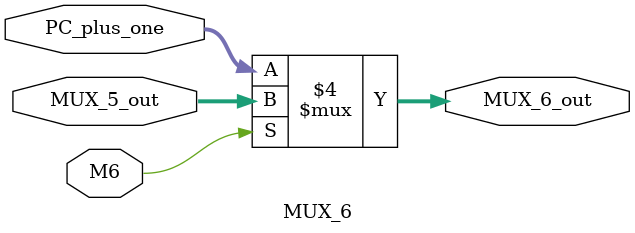
<source format=v>
`timescale 1ns / 1ps



module MUX_6(
    M6,
    PC_plus_one,
    MUX_5_out,
    MUX_6_out
    );

parameter N=16;
input [N-1:0] PC_plus_one;
input [N-1:0] MUX_5_out;
input M6;
output reg [N-1:0] MUX_6_out;

always @ (*)
    
    begin 
    if (M6==0)
    MUX_6_out= PC_plus_one;
    
    else 
    MUX_6_out= MUX_5_out;
    end

endmodule

</source>
